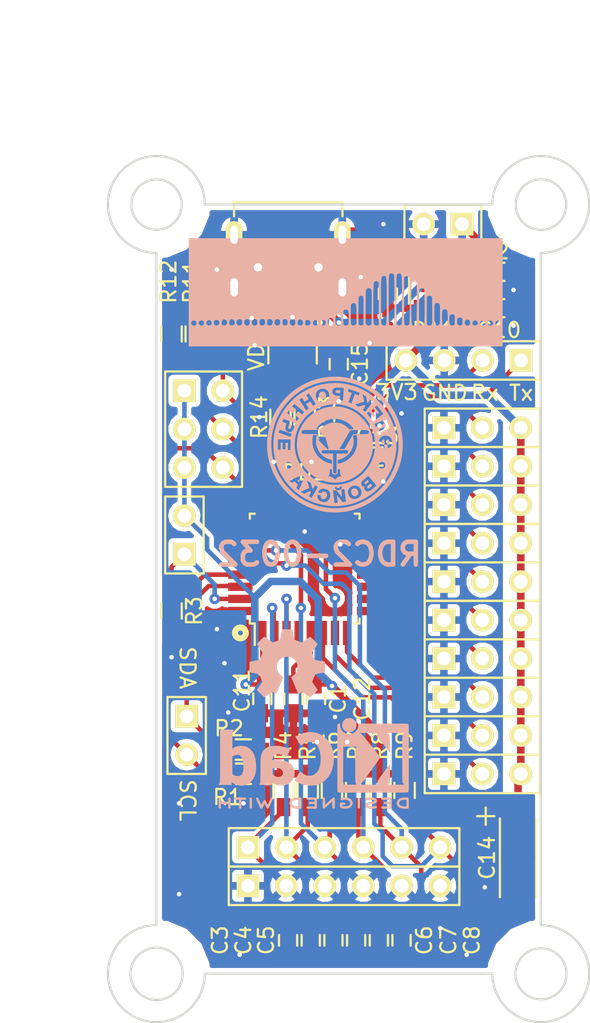
<source format=kicad_pcb>
(kicad_pcb (version 20171130) (host pcbnew "(5.1.2)-2")
  (layers (0 F.Cu signal) (31 B.Cu signal) (34 B.Paste user) (35 F.Paste user) (36 B.SilkS user hide) (37 F.SilkS user) (38 B.Mask user) (39 F.Mask user) (44 Edge.Cuts user))
  (net 0 "")
  (net 1 5V)
  (net 2 GND)
  (net 3 VDD)
  (net 4 KEY_0)
  (net 5 KEY_1)
  (net 6 KEY_2)
  (net 7 KEY_3)
  (net 8 KEY_4)
  (net 9 KEY_5)
  (net 10 RST)
  (net 11 AIN_0)
  (net 12 AIN_1)
  (net 13 AIN_2)
  (net 14 AIN_3)
  (net 15 AIN_4)
  (net 16 AIN_5)
  (net 17 AIN_6)
  (net 18 AIN_7)
  (net 19 AIN_8)
  (net 20 AIN_9)
  (net 21 Tx)
  (net 22 Rx)
  (net 23 "Net-(DD1-Pad21)")
  (net 24 "Net-(DD1-Pad22)")
  (net 25 CONF_0)
  (net 26 CONF_1)
  (net 27 CONF_2)
  (net 28 SCL)
  (net 29 SDA)
  (net 30 "Net-(DD1-Pad31)")
  (net 31 USB_DM)
  (net 32 USB_DP)
  (net 33 "Net-(VD1-Pad1)")
  (net 34 "Net-(VD1-Pad3)")
  (net 35 "Net-(XS1-Pad4)")
  (net 36 "Net-(C9-Pad1)")
  (module NewComponents:Micro_USB_ElecFreaks (layer F.Cu) (at 108.712 52.1843 180)
    (fp_text reference XS1 hide)
    (fp_text value USB_OTG)
    (pad 6 thru_hole oval (at 3.575 -2.49 180) (size 1.1 1.8) (drill oval 0.5 1.2) (layers *.Cu *.Mask F.SilkS) (net 2 GND))
    (pad 6 thru_hole oval (at -3.575 -2.49 180) (size 1.1 1.8) (drill oval 0.5 1.2) (layers *.Cu *.Mask F.SilkS) (net 2 GND))
    (pad 6 thru_hole oval (at 3.575 0.98 180) (size 1.1 1.8) (drill oval 0.5 1.2) (layers *.Cu *.Mask F.SilkS) (net 2 GND))
    (pad 1 smd rect (at -1.3 -2.33 180) (size 0.4 2.7) (layers F.Cu F.Paste F.Mask) (net 1 5V))
    (pad 2 smd rect (at -0.65 -2.33 180) (size 0.4 2.7) (layers F.Cu F.Paste F.Mask) (net 33 "Net-(VD1-Pad1)"))
    (pad 5 smd rect (at 1.3 -2.33 180) (size 0.4 2.7) (layers F.Cu F.Paste F.Mask) (net 2 GND))
    (pad 4 smd rect (at 0.65 -2.33 180) (size 0.4 2.7) (layers F.Cu F.Paste F.Mask) (net 35 "Net-(XS1-Pad4)"))
    (pad "" np_thru_hole circle (at 2 -1.17 180) (size 0.55 0.55) (drill 0.55) (layers *.Cu *.Mask F.SilkS))
    (pad "" np_thru_hole circle (at -2 -1.17 180) (size 0.55 0.55) (drill 0.55) (layers *.Cu *.Mask F.SilkS))
    (pad 3 smd rect (at 0 -2.33 180) (size 0.4 2.7) (layers F.Cu F.Paste F.Mask) (net 34 "Net-(VD1-Pad3)"))
    (pad 6 thru_hole oval (at -3.575 0.98 180) (size 1.1 1.8) (drill oval 0.5 1.2) (layers *.Cu *.Mask F.SilkS) (net 2 GND))
  )
  (module NewComponents:Pin_Header_Straight_1x06_mm (layer F.Cu) (at 106.05 91.66 90)
    (fp_text reference XP5 hide)
    (fp_text value CONN_01X06)
    (pad 1 thru_hole rect (at 0 0 90) (size 1.5 1.5) (drill 0.9) (layers *.Cu *.Mask F.SilkS) (net 4 KEY_0))
    (pad 2 thru_hole circle (at 0 2.54 90) (size 1.5 1.5) (drill 0.9) (layers *.Cu *.Mask F.SilkS) (net 5 KEY_1))
    (pad 3 thru_hole circle (at 0 5.08 90) (size 1.5 1.5) (drill 0.9) (layers *.Cu *.Mask F.SilkS) (net 6 KEY_2))
    (pad 4 thru_hole circle (at 0 7.62 90) (size 1.5 1.5) (drill 0.9) (layers *.Cu *.Mask F.SilkS) (net 7 KEY_3))
    (pad 5 thru_hole circle (at 0 10.16 90) (size 1.5 1.5) (drill 0.9) (layers *.Cu *.Mask F.SilkS) (net 8 KEY_4))
    (pad 6 thru_hole circle (at 0 12.7 90) (size 1.5 1.5) (drill 0.9) (layers *.Cu *.Mask F.SilkS) (net 9 KEY_5))
  )
  (module NewComponents:Pin_Header_Straight_1x03_mm (layer F.Cu) (at 119 63.95 90)
    (fp_text reference XP16 hide)
    (fp_text value CONN_01X03)
    (pad 1 thru_hole rect (at 0 0 90) (size 1.5 1.5) (drill 0.9) (layers *.Cu *.Mask F.SilkS) (net 2 GND))
    (pad 2 thru_hole circle (at 0 2.54 90) (size 1.5 1.5) (drill 0.9) (layers *.Cu *.Mask F.SilkS) (net 20 AIN_9))
    (pad 3 thru_hole circle (at 0 5.08 90) (size 1.5 1.5) (drill 0.9) (layers *.Cu *.Mask F.SilkS) (net 3 VDD))
  )
  (module NewComponents:Pin_Header_Straight_1x03_mm (layer F.Cu) (at 119 66.49 90)
    (fp_text reference XP15 hide)
    (fp_text value CONN_01X03)
    (pad 1 thru_hole rect (at 0 0 90) (size 1.5 1.5) (drill 0.9) (layers *.Cu *.Mask F.SilkS) (net 2 GND))
    (pad 2 thru_hole circle (at 0 2.54 90) (size 1.5 1.5) (drill 0.9) (layers *.Cu *.Mask F.SilkS) (net 19 AIN_8))
    (pad 3 thru_hole circle (at 0 5.08 90) (size 1.5 1.5) (drill 0.9) (layers *.Cu *.Mask F.SilkS) (net 3 VDD))
  )
  (module NewComponents:Pin_Header_Straight_1x03_mm (layer F.Cu) (at 119 69.03 90)
    (fp_text reference XP14 hide)
    (fp_text value CONN_01X03)
    (pad 1 thru_hole rect (at 0 0 90) (size 1.5 1.5) (drill 0.9) (layers *.Cu *.Mask F.SilkS) (net 2 GND))
    (pad 2 thru_hole circle (at 0 2.54 90) (size 1.5 1.5) (drill 0.9) (layers *.Cu *.Mask F.SilkS) (net 18 AIN_7))
    (pad 3 thru_hole circle (at 0 5.08 90) (size 1.5 1.5) (drill 0.9) (layers *.Cu *.Mask F.SilkS) (net 3 VDD))
  )
  (module NewComponents:Pin_Header_Straight_1x03_mm (layer F.Cu) (at 119 71.57 90)
    (fp_text reference XP13 hide)
    (fp_text value CONN_01X03)
    (pad 1 thru_hole rect (at 0 0 90) (size 1.5 1.5) (drill 0.9) (layers *.Cu *.Mask F.SilkS) (net 2 GND))
    (pad 2 thru_hole circle (at 0 2.54 90) (size 1.5 1.5) (drill 0.9) (layers *.Cu *.Mask F.SilkS) (net 17 AIN_6))
    (pad 3 thru_hole circle (at 0 5.08 90) (size 1.5 1.5) (drill 0.9) (layers *.Cu *.Mask F.SilkS) (net 3 VDD))
  )
  (module NewComponents:Pin_Header_Straight_1x03_mm (layer F.Cu) (at 119 74.11 90)
    (fp_text reference XP12 hide)
    (fp_text value CONN_01X03)
    (pad 1 thru_hole rect (at 0 0 90) (size 1.5 1.5) (drill 0.9) (layers *.Cu *.Mask F.SilkS) (net 2 GND))
    (pad 2 thru_hole circle (at 0 2.54 90) (size 1.5 1.5) (drill 0.9) (layers *.Cu *.Mask F.SilkS) (net 16 AIN_5))
    (pad 3 thru_hole circle (at 0 5.08 90) (size 1.5 1.5) (drill 0.9) (layers *.Cu *.Mask F.SilkS) (net 3 VDD))
  )
  (module NewComponents:Pin_Header_Straight_1x03_mm (layer F.Cu) (at 119 76.65 90)
    (fp_text reference XP11 hide)
    (fp_text value CONN_01X03)
    (pad 1 thru_hole rect (at 0 0 90) (size 1.5 1.5) (drill 0.9) (layers *.Cu *.Mask F.SilkS) (net 2 GND))
    (pad 2 thru_hole circle (at 0 2.54 90) (size 1.5 1.5) (drill 0.9) (layers *.Cu *.Mask F.SilkS) (net 15 AIN_4))
    (pad 3 thru_hole circle (at 0 5.08 90) (size 1.5 1.5) (drill 0.9) (layers *.Cu *.Mask F.SilkS) (net 3 VDD))
  )
  (module NewComponents:Pin_Header_Straight_1x03_mm (layer F.Cu) (at 119 79.19 90)
    (fp_text reference XP10 hide)
    (fp_text value CONN_01X03)
    (pad 1 thru_hole rect (at 0 0 90) (size 1.5 1.5) (drill 0.9) (layers *.Cu *.Mask F.SilkS) (net 2 GND))
    (pad 2 thru_hole circle (at 0 2.54 90) (size 1.5 1.5) (drill 0.9) (layers *.Cu *.Mask F.SilkS) (net 14 AIN_3))
    (pad 3 thru_hole circle (at 0 5.08 90) (size 1.5 1.5) (drill 0.9) (layers *.Cu *.Mask F.SilkS) (net 3 VDD))
  )
  (module NewComponents:Pin_Header_Straight_1x03_mm (layer F.Cu) (at 119 81.73 90)
    (fp_text reference XP9 hide)
    (fp_text value CONN_01X03)
    (pad 1 thru_hole rect (at 0 0 90) (size 1.5 1.5) (drill 0.9) (layers *.Cu *.Mask F.SilkS) (net 2 GND))
    (pad 2 thru_hole circle (at 0 2.54 90) (size 1.5 1.5) (drill 0.9) (layers *.Cu *.Mask F.SilkS) (net 13 AIN_2))
    (pad 3 thru_hole circle (at 0 5.08 90) (size 1.5 1.5) (drill 0.9) (layers *.Cu *.Mask F.SilkS) (net 3 VDD))
  )
  (module NewComponents:Pin_Header_Straight_1x03_mm (layer F.Cu) (at 119 84.27 90)
    (fp_text reference XP8 hide)
    (fp_text value CONN_01X03)
    (pad 1 thru_hole rect (at 0 0 90) (size 1.5 1.5) (drill 0.9) (layers *.Cu *.Mask F.SilkS) (net 2 GND))
    (pad 2 thru_hole circle (at 0 2.54 90) (size 1.5 1.5) (drill 0.9) (layers *.Cu *.Mask F.SilkS) (net 12 AIN_1))
    (pad 3 thru_hole circle (at 0 5.08 90) (size 1.5 1.5) (drill 0.9) (layers *.Cu *.Mask F.SilkS) (net 3 VDD))
  )
  (module Capacitors_SMD:C_0603_HandSoldering (layer F.Cu) (at 109.05 81.85 270)
    (fp_text reference C1 (at 0 -2.95 270) (layer F.SilkS))
    (fp_text value 0,1мкФ)
    (pad 1 smd rect (at -0.95 0 270) (size 1.2 0.75) (layers F.Cu F.Paste F.Mask) (net 10 RST))
    (pad 2 smd rect (at 0.95 0 270) (size 1.2 0.75) (layers F.Cu F.Paste F.Mask) (net 2 GND))
  )
  (module Capacitors_SMD:C_0603_HandSoldering (layer F.Cu) (at 122.65 53.65)
    (fp_text reference C2 (at -0.3 -1.35) (layer F.SilkS))
    (fp_text value 4,7мкФ)
    (pad 1 smd rect (at -0.95 0) (size 1.2 0.75) (layers F.Cu F.Paste F.Mask) (net 1 5V))
    (pad 2 smd rect (at 0.95 0) (size 1.2 0.75) (layers F.Cu F.Paste F.Mask) (net 2 GND))
  )
  (module Capacitors_SMD:C_0603_HandSoldering (layer F.Cu) (at 108.7 97.8 90)
    (fp_text reference C3 (at 0 -4.5 90) (layer F.SilkS))
    (fp_text value 0,1)
    (pad 1 smd rect (at -0.95 0 90) (size 1.2 0.75) (layers F.Cu F.Paste F.Mask) (net 2 GND))
    (pad 2 smd rect (at 0.95 0 90) (size 1.2 0.75) (layers F.Cu F.Paste F.Mask) (net 4 KEY_0))
  )
  (module Capacitors_SMD:C_0603_HandSoldering (layer F.Cu) (at 110.2 97.8 90)
    (fp_text reference C4 (at 0 -4.45 90) (layer F.SilkS))
    (fp_text value 0,1)
    (pad 1 smd rect (at -0.95 0 90) (size 1.2 0.75) (layers F.Cu F.Paste F.Mask) (net 2 GND))
    (pad 2 smd rect (at 0.95 0 90) (size 1.2 0.75) (layers F.Cu F.Paste F.Mask) (net 5 KEY_1))
  )
  (module Capacitors_SMD:C_0603_HandSoldering (layer F.Cu) (at 111.7 97.8 90)
    (fp_text reference C5 (at 0 -4.45 90) (layer F.SilkS))
    (fp_text value 0,1)
    (pad 1 smd rect (at -0.95 0 90) (size 1.2 0.75) (layers F.Cu F.Paste F.Mask) (net 2 GND))
    (pad 2 smd rect (at 0.95 0 90) (size 1.2 0.75) (layers F.Cu F.Paste F.Mask) (net 6 KEY_2))
  )
  (module Capacitors_SMD:C_0603_HandSoldering (layer F.Cu) (at 113.2 97.8 90)
    (fp_text reference C6 (at 0 4.5 90) (layer F.SilkS))
    (fp_text value 0,1)
    (pad 1 smd rect (at -0.95 0 90) (size 1.2 0.75) (layers F.Cu F.Paste F.Mask) (net 2 GND))
    (pad 2 smd rect (at 0.95 0 90) (size 1.2 0.75) (layers F.Cu F.Paste F.Mask) (net 7 KEY_3))
  )
  (module Capacitors_SMD:C_0603_HandSoldering (layer F.Cu) (at 114.7 97.8 90)
    (fp_text reference C7 (at 0 4.6 90) (layer F.SilkS))
    (fp_text value 0,1)
    (pad 1 smd rect (at -0.95 0 90) (size 1.2 0.75) (layers F.Cu F.Paste F.Mask) (net 2 GND))
    (pad 2 smd rect (at 0.95 0 90) (size 1.2 0.75) (layers F.Cu F.Paste F.Mask) (net 8 KEY_4))
  )
  (module Capacitors_SMD:C_0603_HandSoldering (layer F.Cu) (at 116.2 97.8 90)
    (fp_text reference C8 (at 0 4.65 90) (layer F.SilkS))
    (fp_text value 0,1)
    (pad 1 smd rect (at -0.95 0 90) (size 1.2 0.75) (layers F.Cu F.Paste F.Mask) (net 2 GND))
    (pad 2 smd rect (at 0.95 0 90) (size 1.2 0.75) (layers F.Cu F.Paste F.Mask) (net 9 KEY_5))
  )
  (module Capacitors_SMD:C_0603_HandSoldering (layer F.Cu) (at 115.3 55.1 90)
    (fp_text reference C9 (at 2.8 0 90) (layer F.SilkS))
    (fp_text value 0,01мкФ)
    (pad 1 smd rect (at -0.95 0 90) (size 1.2 0.75) (layers F.Cu F.Paste F.Mask) (net 36 "Net-(C9-Pad1)"))
    (pad 2 smd rect (at 0.95 0 90) (size 1.2 0.75) (layers F.Cu F.Paste F.Mask) (net 2 GND))
  )
  (module Capacitors_SMD:C_0603_HandSoldering (layer F.Cu) (at 122.65 56.05)
    (fp_text reference C10 (at 0 1.45) (layer F.SilkS))
    (fp_text value 4,7мкФ)
    (pad 1 smd rect (at -0.95 0) (size 1.2 0.75) (layers F.Cu F.Paste F.Mask) (net 3 VDD))
    (pad 2 smd rect (at 0.95 0) (size 1.2 0.75) (layers F.Cu F.Paste F.Mask) (net 2 GND))
  )
  (module Capacitors_SMD:C_0603_HandSoldering (layer F.Cu) (at 107 81.85 270)
    (fp_text reference C11 (at -0.55 1.35 270) (layer F.SilkS))
    (fp_text value 0,1мкФ)
    (pad 1 smd rect (at -0.95 0 270) (size 1.2 0.75) (layers F.Cu F.Paste F.Mask) (net 3 VDD))
    (pad 2 smd rect (at 0.95 0 270) (size 1.2 0.75) (layers F.Cu F.Paste F.Mask) (net 2 GND))
  )
  (module Capacitors_SMD:C_0603_HandSoldering (layer F.Cu) (at 110.55 81.85 270)
    (fp_text reference C12 (at 0 -3.05 270) (layer F.SilkS))
    (fp_text value 0,1мкФ)
    (pad 1 smd rect (at -0.95 0 270) (size 1.2 0.75) (layers F.Cu F.Paste F.Mask) (net 3 VDD))
    (pad 2 smd rect (at 0.95 0 270) (size 1.2 0.75) (layers F.Cu F.Paste F.Mask) (net 2 GND))
  )
  (module Capacitors_SMD:C_0603_HandSoldering (layer F.Cu) (at 114.6 65.85)
    (fp_text reference C13 (at 0 -1.35) (layer F.SilkS))
    (fp_text value 0,1мкФ)
    (pad 1 smd rect (at -0.95 0) (size 1.2 0.75) (layers F.Cu F.Paste F.Mask) (net 3 VDD))
    (pad 2 smd rect (at 0.95 0) (size 1.2 0.75) (layers F.Cu F.Paste F.Mask) (net 2 GND))
  )
  (module NewComponents:TantalC_SizeA_EIA-3216_HandSoldering_mm (layer F.Cu) (at 123.9 92.35 270)
    (fp_text reference C14 (at 0 2.05 270) (layer F.SilkS))
    (fp_text value 10мкФ)
    (fp_text user + (at -2.75 2.25 270) (layer F.SilkS) (effects (font (size 1.5 1.5))))
    (pad 2 smd rect (at 1.99898 0 270) (size 3 1.5) (layers F.Cu F.Paste F.Mask) (net 2 GND))
    (pad 1 smd rect (at -1.99898 0 270) (size 3 1.5) (layers F.Cu F.Paste F.Mask) (net 3 VDD))
  )
  (module Capacitors_SMD:C_0603_HandSoldering (layer F.Cu) (at 112.05 59.75 270)
    (fp_text reference C15 (at 0 -1.4 270) (layer F.SilkS))
    (fp_text value 0,1мкФ)
    (pad 1 smd rect (at -0.95 0 270) (size 1.2 0.75) (layers F.Cu F.Paste F.Mask) (net 1 5V))
    (pad 2 smd rect (at 0.95 0 270) (size 1.2 0.75) (layers F.Cu F.Paste F.Mask) (net 2 GND))
  )
  (module NewComponents:SOT-23-5_mm (layer F.Cu) (at 118.3 54.85 270)
    (fp_text reference DA1 (at 2.65 0) (layer F.SilkS))
    (fp_text value LP2985AIM5-3.3)
    (pad 1 smd rect (at -1.2 -0.95 270) (size 1.1 0.7) (layers F.Cu F.Paste F.Mask) (net 1 5V))
    (pad 2 smd rect (at -1.2 0 270) (size 1.1 0.7) (layers F.Cu F.Paste F.Mask) (net 2 GND))
    (pad 3 smd rect (at -1.2 0.95 270) (size 1.1 0.7) (layers F.Cu F.Paste F.Mask) (net 1 5V))
    (pad 4 smd rect (at 1.2 0.95 270) (size 1.1 0.7) (layers F.Cu F.Paste F.Mask) (net 36 "Net-(C9-Pad1)"))
    (pad 5 smd rect (at 1.2 -0.95 270) (size 1.1 0.7) (layers F.Cu F.Paste F.Mask) (net 3 VDD))
  )
  (module Housings_QFP:TQFP-32_7x7mm_Pitch0.8mm (layer F.Cu) (at 109.8 73.25 90)
    (fp_text reference DD1 (at 6.35 0 180) (layer F.SilkS))
    (fp_text value STM32F042K6Tx)
    (pad 1 smd rect (at -4.25 -2.8 90) (size 1.6 0.55) (layers F.Cu F.Paste F.Mask) (net 3 VDD))
    (pad 2 smd rect (at -4.25 -2 90) (size 1.6 0.55) (layers F.Cu F.Paste F.Mask) (net 4 KEY_0))
    (pad 3 smd rect (at -4.25 -1.2 90) (size 1.6 0.55) (layers F.Cu F.Paste F.Mask) (net 5 KEY_1))
    (pad 4 smd rect (at -4.25 -0.4 90) (size 1.6 0.55) (layers F.Cu F.Paste F.Mask) (net 10 RST))
    (pad 5 smd rect (at -4.25 0.4 90) (size 1.6 0.55) (layers F.Cu F.Paste F.Mask) (net 3 VDD))
    (pad 6 smd rect (at -4.25 1.2 90) (size 1.6 0.55) (layers F.Cu F.Paste F.Mask) (net 11 AIN_0))
    (pad 7 smd rect (at -4.25 2 90) (size 1.6 0.55) (layers F.Cu F.Paste F.Mask) (net 12 AIN_1))
    (pad 8 smd rect (at -4.25 2.8 90) (size 1.6 0.55) (layers F.Cu F.Paste F.Mask) (net 13 AIN_2))
    (pad 9 smd rect (at -2.8 4.25 180) (size 1.6 0.55) (layers F.Cu F.Paste F.Mask) (net 14 AIN_3))
    (pad 10 smd rect (at -2 4.25 180) (size 1.6 0.55) (layers F.Cu F.Paste F.Mask) (net 15 AIN_4))
    (pad 11 smd rect (at -1.2 4.25 180) (size 1.6 0.55) (layers F.Cu F.Paste F.Mask) (net 16 AIN_5))
    (pad 12 smd rect (at -0.4 4.25 180) (size 1.6 0.55) (layers F.Cu F.Paste F.Mask) (net 17 AIN_6))
    (pad 13 smd rect (at 0.4 4.25 180) (size 1.6 0.55) (layers F.Cu F.Paste F.Mask) (net 18 AIN_7))
    (pad 14 smd rect (at 1.2 4.25 180) (size 1.6 0.55) (layers F.Cu F.Paste F.Mask) (net 19 AIN_8))
    (pad 15 smd rect (at 2 4.25 180) (size 1.6 0.55) (layers F.Cu F.Paste F.Mask) (net 20 AIN_9))
    (pad 16 smd rect (at 2.8 4.25 180) (size 1.6 0.55) (layers F.Cu F.Paste F.Mask) (net 2 GND))
    (pad 17 smd rect (at 4.25 2.8 90) (size 1.6 0.55) (layers F.Cu F.Paste F.Mask) (net 3 VDD))
    (pad 18 smd rect (at 4.25 2 90) (size 1.6 0.55) (layers F.Cu F.Paste F.Mask) (net 7 KEY_3))
    (pad 19 smd rect (at 4.25 1.2 90) (size 1.6 0.55) (layers F.Cu F.Paste F.Mask) (net 21 Tx))
    (pad 20 smd rect (at 4.25 0.4 90) (size 1.6 0.55) (layers F.Cu F.Paste F.Mask) (net 22 Rx))
    (pad 21 smd rect (at 4.25 -0.4 90) (size 1.6 0.55) (layers F.Cu F.Paste F.Mask) (net 23 "Net-(DD1-Pad21)"))
    (pad 22 smd rect (at 4.25 -1.2 90) (size 1.6 0.55) (layers F.Cu F.Paste F.Mask) (net 24 "Net-(DD1-Pad22)"))
    (pad 23 smd rect (at 4.25 -2 90) (size 1.6 0.55) (layers F.Cu F.Paste F.Mask) (net 25 CONF_0))
    (pad 24 smd rect (at 4.25 -2.8 90) (size 1.6 0.55) (layers F.Cu F.Paste F.Mask) (net 26 CONF_1))
    (pad 25 smd rect (at 2.8 -4.25 180) (size 1.6 0.55) (layers F.Cu F.Paste F.Mask) (net 27 CONF_2))
    (pad 26 smd rect (at 2 -4.25 180) (size 1.6 0.55) (layers F.Cu F.Paste F.Mask) (net 6 KEY_2))
    (pad 27 smd rect (at 1.2 -4.25 180) (size 1.6 0.55) (layers F.Cu F.Paste F.Mask) (net 8 KEY_4))
    (pad 28 smd rect (at 0.4 -4.25 180) (size 1.6 0.55) (layers F.Cu F.Paste F.Mask) (net 9 KEY_5))
    (pad 29 smd rect (at -0.4 -4.25 180) (size 1.6 0.55) (layers F.Cu F.Paste F.Mask) (net 28 SCL))
    (pad 30 smd rect (at -1.2 -4.25 180) (size 1.6 0.55) (layers F.Cu F.Paste F.Mask) (net 29 SDA))
    (pad 31 smd rect (at -2 -4.25 180) (size 1.6 0.55) (layers F.Cu F.Paste F.Mask) (net 30 "Net-(DD1-Pad31)"))
    (pad 32 smd rect (at -2.8 -4.25 180) (size 1.6 0.55) (layers F.Cu F.Paste F.Mask) (net 2 GND))
  )
  (module Resistors_SMD:R_0603_HandSoldering (layer F.Cu) (at 105.75 86.8 180)
    (fp_text reference R1 (at 1.05 -1.55 180) (layer F.SilkS))
    (fp_text value 4k7)
    (pad 1 smd rect (at -1.1 0 180) (size 1.2 0.9) (layers F.Cu F.Paste F.Mask) (net 3 VDD))
    (pad 2 smd rect (at 1.1 0 180) (size 1.2 0.9) (layers F.Cu F.Paste F.Mask) (net 28 SCL))
  )
  (module Resistors_SMD:R_0603_HandSoldering (layer F.Cu) (at 105.75 85.2 180)
    (fp_text reference R2 (at 0.95 1.4 180) (layer F.SilkS))
    (fp_text value 4k7)
    (pad 1 smd rect (at -1.1 0 180) (size 1.2 0.9) (layers F.Cu F.Paste F.Mask) (net 3 VDD))
    (pad 2 smd rect (at 1.1 0 180) (size 1.2 0.9) (layers F.Cu F.Paste F.Mask) (net 29 SDA))
  )
  (module Resistors_SMD:R_0603_HandSoldering (layer F.Cu) (at 101 76.05 270)
    (fp_text reference R3 (at 0 -1.5 270) (layer F.SilkS))
    (fp_text value 10k)
    (pad 1 smd rect (at -1.1 0 270) (size 1.2 0.9) (layers F.Cu F.Paste F.Mask) (net 30 "Net-(DD1-Pad31)"))
    (pad 2 smd rect (at 1.1 0 270) (size 1.2 0.9) (layers F.Cu F.Paste F.Mask) (net 2 GND))
  )
  (module Resistors_SMD:R_0603_HandSoldering (layer F.Cu) (at 108.4 87.9 270)
    (fp_text reference R4 (at -2.95 0 270) (layer F.SilkS))
    (fp_text value 10k)
    (pad 1 smd rect (at -1.1 0 270) (size 1.2 0.9) (layers F.Cu F.Paste F.Mask) (net 3 VDD))
    (pad 2 smd rect (at 1.1 0 270) (size 1.2 0.9) (layers F.Cu F.Paste F.Mask) (net 4 KEY_0))
  )
  (module Resistors_SMD:R_0603_HandSoldering (layer F.Cu) (at 110 87.9 270)
    (fp_text reference R5 (at -2.95 0 270) (layer F.SilkS))
    (fp_text value 10k)
    (pad 1 smd rect (at -1.1 0 270) (size 1.2 0.9) (layers F.Cu F.Paste F.Mask) (net 3 VDD))
    (pad 2 smd rect (at 1.1 0 270) (size 1.2 0.9) (layers F.Cu F.Paste F.Mask) (net 5 KEY_1))
  )
  (module Resistors_SMD:R_0603_HandSoldering (layer F.Cu) (at 111.6 87.9 270)
    (fp_text reference R6 (at -2.95 0 270) (layer F.SilkS))
    (fp_text value 10k)
    (pad 1 smd rect (at -1.1 0 270) (size 1.2 0.9) (layers F.Cu F.Paste F.Mask) (net 3 VDD))
    (pad 2 smd rect (at 1.1 0 270) (size 1.2 0.9) (layers F.Cu F.Paste F.Mask) (net 6 KEY_2))
  )
  (module Resistors_SMD:R_0603_HandSoldering (layer F.Cu) (at 113.2 87.9 270)
    (fp_text reference R7 (at -2.95 0 270) (layer F.SilkS))
    (fp_text value 10k)
    (pad 1 smd rect (at -1.1 0 270) (size 1.2 0.9) (layers F.Cu F.Paste F.Mask) (net 3 VDD))
    (pad 2 smd rect (at 1.1 0 270) (size 1.2 0.9) (layers F.Cu F.Paste F.Mask) (net 7 KEY_3))
  )
  (module Resistors_SMD:R_0603_HandSoldering (layer F.Cu) (at 114.8 87.9 270)
    (fp_text reference R8 (at -2.95 0 270) (layer F.SilkS))
    (fp_text value 10k)
    (pad 1 smd rect (at -1.1 0 270) (size 1.2 0.9) (layers F.Cu F.Paste F.Mask) (net 3 VDD))
    (pad 2 smd rect (at 1.1 0 270) (size 1.2 0.9) (layers F.Cu F.Paste F.Mask) (net 8 KEY_4))
  )
  (module Resistors_SMD:R_0603_HandSoldering (layer F.Cu) (at 116.4 87.9 270)
    (fp_text reference R9 (at -2.95 0 270) (layer F.SilkS))
    (fp_text value 10k)
    (pad 1 smd rect (at -1.1 0 270) (size 1.2 0.9) (layers F.Cu F.Paste F.Mask) (net 3 VDD))
    (pad 2 smd rect (at 1.1 0 270) (size 1.2 0.9) (layers F.Cu F.Paste F.Mask) (net 9 KEY_5))
  )
  (module Resistors_SMD:R_0603_HandSoldering (layer F.Cu) (at 104.2 57.75 90)
    (fp_text reference R10 (at 3.45 -0.4 90) (layer F.SilkS))
    (fp_text value 10k)
    (pad 1 smd rect (at -1.1 0 90) (size 1.2 0.9) (layers F.Cu F.Paste F.Mask) (net 25 CONF_0))
    (pad 2 smd rect (at 1.1 0 90) (size 1.2 0.9) (layers F.Cu F.Paste F.Mask) (net 2 GND))
  )
  (module Resistors_SMD:R_0603_HandSoldering (layer F.Cu) (at 102.6 57.75 90)
    (fp_text reference R11 (at 3.45 -0.3 90) (layer F.SilkS))
    (fp_text value 10k)
    (pad 1 smd rect (at -1.1 0 90) (size 1.2 0.9) (layers F.Cu F.Paste F.Mask) (net 26 CONF_1))
    (pad 2 smd rect (at 1.1 0 90) (size 1.2 0.9) (layers F.Cu F.Paste F.Mask) (net 2 GND))
  )
  (module Resistors_SMD:R_0603_HandSoldering (layer F.Cu) (at 101 57.75 90)
    (fp_text reference R12 (at 3.45 -0.2 90) (layer F.SilkS))
    (fp_text value 10k)
    (pad 1 smd rect (at -1.1 0 90) (size 1.2 0.9) (layers F.Cu F.Paste F.Mask) (net 27 CONF_2))
    (pad 2 smd rect (at 1.1 0 90) (size 1.2 0.9) (layers F.Cu F.Paste F.Mask) (net 2 GND))
  )
  (module Resistors_SMD:R_0603_HandSoldering (layer F.Cu) (at 109.8 63.25 90)
    (fp_text reference R13 (at 0 1.5 90) (layer F.SilkS))
    (fp_text value 22R)
    (pad 1 smd rect (at -1.1 0 90) (size 1.2 0.9) (layers F.Cu F.Paste F.Mask) (net 23 "Net-(DD1-Pad21)"))
    (pad 2 smd rect (at 1.1 0 90) (size 1.2 0.9) (layers F.Cu F.Paste F.Mask) (net 31 USB_DM))
  )
  (module Resistors_SMD:R_0603_HandSoldering (layer F.Cu) (at 108.2 63.25 90)
    (fp_text reference R14 (at 0 -1.4 90) (layer F.SilkS))
    (fp_text value 22R)
    (pad 1 smd rect (at -1.1 0 90) (size 1.2 0.9) (layers F.Cu F.Paste F.Mask) (net 24 "Net-(DD1-Pad22)"))
    (pad 2 smd rect (at 1.1 0 90) (size 1.2 0.9) (layers F.Cu F.Paste F.Mask) (net 32 USB_DP))
  )
  (module NewComponents:SOT23-6L (layer F.Cu) (at 109 58.8 270)
    (fp_text reference VD1 (at 0 2.4 270) (layer F.SilkS))
    (fp_text value USBLC6)
    (pad 1 smd rect (at -1.15 -0.95 270) (size 1.2 0.6) (layers F.Cu F.Paste F.Mask) (net 33 "Net-(VD1-Pad1)"))
    (pad 2 smd rect (at -1.15 0 270) (size 1.2 0.6) (layers F.Cu F.Paste F.Mask) (net 2 GND))
    (pad 3 smd rect (at -1.15 0.95 270) (size 1.2 0.6) (layers F.Cu F.Paste F.Mask) (net 34 "Net-(VD1-Pad3)"))
    (pad 6 smd rect (at 1.15 -0.95 270) (size 1.2 0.6) (layers F.Cu F.Paste F.Mask) (net 31 USB_DM))
    (pad 5 smd rect (at 1.15 0 270) (size 1.2 0.6) (layers F.Cu F.Paste F.Mask) (net 1 5V))
    (pad 4 smd rect (at 1.15 0.95 270) (size 1.2 0.6) (layers F.Cu F.Paste F.Mask) (net 32 USB_DP))
  )
  (module NewComponents:Pin_Header_Straight_1x02_mm (layer F.Cu) (at 102 83)
    (fp_text reference XP1 hide)
    (fp_text value PLS-2)
    (pad 1 thru_hole rect (at 0 0) (size 1.5 1.5) (drill 0.9) (layers *.Cu *.Mask F.SilkS) (net 29 SDA))
    (pad 2 thru_hole oval (at 0 2.54) (size 1.5 1.5) (drill 0.9) (layers *.Cu *.Mask F.SilkS) (net 28 SCL))
  )
  (module NewComponents:Pin_Header_Straight_1x02_mm (layer F.Cu) (at 120.2 50.5 270)
    (fp_text reference XP4 hide)
    (fp_text value PLS-2)
    (pad 1 thru_hole rect (at 0 0 270) (size 1.5 1.5) (drill 0.9) (layers *.Cu *.Mask F.SilkS) (net 1 5V))
    (pad 2 thru_hole oval (at 0 2.54 270) (size 1.5 1.5) (drill 0.9) (layers *.Cu *.Mask F.SilkS) (net 2 GND))
  )
  (module NewComponents:Pin_Header_Straight_1x02_mm (layer F.Cu) (at 101.85 72.3 180)
    (fp_text reference XP2 hide)
    (fp_text value PLS-2)
    (pad 1 thru_hole rect (at 0 0 180) (size 1.5 1.5) (drill 0.9) (layers *.Cu *.Mask F.SilkS) (net 30 "Net-(DD1-Pad31)"))
    (pad 2 thru_hole oval (at 0 2.54 180) (size 1.5 1.5) (drill 0.9) (layers *.Cu *.Mask F.SilkS) (net 3 VDD))
  )
  (module NewComponents:Pin_Header_Straight_1x04_mm (layer F.Cu) (at 124.1 59.5 270)
    (fp_text reference XP17 hide)
    (fp_text value CONN_01X04)
    (pad 1 thru_hole rect (at 0 0 270) (size 1.5 1.5) (drill 0.9) (layers *.Cu *.Mask F.SilkS) (net 21 Tx))
    (pad 2 thru_hole oval (at 0 2.54 270) (size 1.5 1.5) (drill 0.9) (layers *.Cu *.Mask F.SilkS) (net 22 Rx))
    (pad 3 thru_hole oval (at 0 5.08 270) (size 1.5 1.5) (drill 0.9) (layers *.Cu *.Mask F.SilkS) (net 2 GND))
    (pad 4 thru_hole oval (at 0 7.62 270) (size 1.5 1.5) (drill 0.9) (layers *.Cu *.Mask F.SilkS) (net 3 VDD))
  )
  (module NewComponents:Pin_Header_Straight_1x03_mm (layer F.Cu) (at 119 86.81 90)
    (fp_text reference XP7 hide)
    (fp_text value CONN_01X03)
    (pad 1 thru_hole rect (at 0 0 90) (size 1.5 1.5) (drill 0.9) (layers *.Cu *.Mask F.SilkS) (net 2 GND))
    (pad 2 thru_hole circle (at 0 2.54 90) (size 1.5 1.5) (drill 0.9) (layers *.Cu *.Mask F.SilkS) (net 11 AIN_0))
    (pad 3 thru_hole circle (at 0 5.08 90) (size 1.5 1.5) (drill 0.9) (layers *.Cu *.Mask F.SilkS) (net 3 VDD))
  )
  (module NewComponents:Pin_Header_Straight_1x06_mm (layer F.Cu) (at 106.05 94.2 90)
    (fp_text reference XP3 hide)
    (fp_text value CONN_01X06)
    (pad 1 thru_hole rect (at 0 0 90) (size 1.5 1.5) (drill 0.9) (layers *.Cu *.Mask F.SilkS) (net 2 GND))
    (pad 2 thru_hole circle (at 0 2.54 90) (size 1.5 1.5) (drill 0.9) (layers *.Cu *.Mask F.SilkS) (net 2 GND))
    (pad 3 thru_hole circle (at 0 5.08 90) (size 1.5 1.5) (drill 0.9) (layers *.Cu *.Mask F.SilkS) (net 2 GND))
    (pad 4 thru_hole circle (at 0 7.62 90) (size 1.5 1.5) (drill 0.9) (layers *.Cu *.Mask F.SilkS) (net 2 GND))
    (pad 5 thru_hole circle (at 0 10.16 90) (size 1.5 1.5) (drill 0.9) (layers *.Cu *.Mask F.SilkS) (net 2 GND))
    (pad 6 thru_hole circle (at 0 12.7 90) (size 1.5 1.5) (drill 0.9) (layers *.Cu *.Mask F.SilkS) (net 2 GND))
  )
  (module NewComponents:Pin_Header_Straight_2x03_mm (layer F.Cu) (at 101.85 61.5)
    (fp_text reference XP6 hide)
    (fp_text value CONN_02X03)
    (pad 1 thru_hole rect (at 0 0) (size 1.5 1.5) (drill 0.9) (layers *.Cu *.Mask F.SilkS) (net 3 VDD))
    (pad 2 thru_hole circle (at 2.54 0) (size 1.5 1.5) (drill 0.9) (layers *.Cu *.Mask F.SilkS) (net 25 CONF_0))
    (pad 3 thru_hole circle (at 0 2.54) (size 1.5 1.5) (drill 0.9) (layers *.Cu *.Mask F.SilkS) (net 3 VDD))
    (pad 4 thru_hole circle (at 2.54 2.54) (size 1.5 1.5) (drill 0.9) (layers *.Cu *.Mask F.SilkS) (net 26 CONF_1))
    (pad 5 thru_hole circle (at 0 5.08) (size 1.5 1.5) (drill 0.9) (layers *.Cu *.Mask F.SilkS) (net 3 VDD))
    (pad 6 thru_hole circle (at 2.54 5.08) (size 1.5 1.5) (drill 0.9) (layers *.Cu *.Mask F.SilkS) (net 27 CONF_2))
  )
  (module NewComponents:Logo_silk_OSHW_6x6mm_ (layer B.Cu) (at 108.65 79.5 180)
    (fp_text reference G*** hide)
    (fp_text value LOGO hide)
  )
  (module NewComponents:RDC_PCB (layer B.Cu) (at 111.8 65.05 180)
    (fp_text reference G*** hide)
    (fp_text value LOGO hide)
  )
  (module NewComponents:KiCad-Logo2_6mm_SilkScreen (layer B.Cu) (at 110.4 86.1 180)
    (fp_text reference REF*** hide)
    (fp_text value KiCad-Logo2_6mm_SilkScreen hide)
  )
  (module Symbols:graf (layer B.Cu) (at 112.522 54.991 180)
    (fp_text reference G*** hide)
    (fp_text value LOGO hide)
  )
  (gr_circle (center 100.0125 100.0125) (end 101.6635 100.5205) (layer Edge.Cuts) (width 0.15))
  (gr_circle (center 125.4125 100.0125) (end 127 100.584) (layer Edge.Cuts) (width 0.15))
  (gr_circle (center 100.0125 49.2125) (end 101.6635 49.403) (layer Edge.Cuts) (width 0.15))
  (gr_circle (center 125.4125 49.2125) (end 127.0635 49.4665) (layer Edge.Cuts) (width 0.15))
  (gr_arc (start 100 49.2) (end 100 52.4) (angle 270) (layer Edge.Cuts) (width 0.15))
  (gr_arc (start 100 100) (end 103.2 100) (angle 270) (layer Edge.Cuts) (width 0.15))
  (gr_arc (start 125.4 100) (end 125.4 96.8) (angle 270) (layer Edge.Cuts) (width 0.15))
  (gr_arc (start 125.4 49.2) (end 122.2 49.2) (angle 270) (layer Edge.Cuts) (width 0.15))
  (gr_text GND (at 117.7 52.4) (layer F.SilkS) (effects (font (size 0.7 0.7) (thickness 0.1))))
  (gr_text 5V (at 120.2 52.4) (layer F.SilkS) (effects (font (size 0.7 0.7) (thickness 0.1))))
  (gr_text RDC2-0032 (at 110.75 72.3) (layer B.SilkS) (effects (font (size 1.5 1.5) (thickness 0.3)) (justify mirror)))
  (gr_text 3V3 (at 115.9 61.6) (layer F.SilkS) (effects (font (size 1 1))))
  (gr_text GND (at 119.05 61.65) (layer F.SilkS) (effects (font (size 1 1))))
  (gr_text Rx (at 121.7 61.65) (layer F.SilkS) (effects (font (size 1 1))))
  (gr_text Tx (at 124.1 61.65) (layer F.SilkS) (effects (font (size 1 1))))
  (gr_text SCL (at 102.05 88.55 270) (layer F.SilkS) (effects (font (size 1 1))))
  (gr_text SDA (at 102.05 79.8 270) (layer F.SilkS) (effects (font (size 1 1))))
  (gr_circle (center 105.55 77.5) (end 105.6 77.65) (layer F.SilkS) (width 0.4))
  (gr_line (start 122.2 49.2) (end 103.2 49.2) (angle 90) (layer Edge.Cuts) (width 0.15))
  (gr_line (start 125.4 96.8) (end 125.4 52.4) (angle 90) (layer Edge.Cuts) (width 0.15))
  (gr_line (start 103.2 100) (end 122.2 100) (angle 90) (layer Edge.Cuts) (width 0.15))
  (gr_line (start 100 52.4) (end 100 96.8) (angle 90) (layer Edge.Cuts) (width 0.15))
  (segment (start 112.05 58.75) (end 109.25 58.75) (width 0.3) (layer F.Cu) (net 1))
  (segment (start 109 59) (end 109 59.95) (width 0.3) (layer F.Cu) (net 1))
  (segment (start 109.25 58.75) (end 109 59) (width 0.3) (layer F.Cu) (net 1))
  (via (at 112.05 57) (size 0.7) (drill 0.3) (layers F.Cu B.Cu) (net 1))
  (segment (start 115.05 57) (end 112.05 57) (width 0.5) (layer B.Cu) (net 1))
  (segment (start 112.05 57) (end 111.45 56.4) (width 0.5) (layer F.Cu) (net 1))
  (segment (start 110 54.95) (end 111.45 56.4) (width 0.3) (layer F.Cu) (net 1))
  (segment (start 110 53.7) (end 110 54.95) (width 0.3) (layer F.Cu) (net 1))
  (segment (start 112.05 57) (end 112.05 58.8) (width 0.5) (layer F.Cu) (net 1))
  (segment (start 119.25 53.65) (end 119.25 54.6) (width 0.3) (layer F.Cu) (net 1))
  (segment (start 117.35 54.6) (end 117.35 53.65) (width 0.3) (layer F.Cu) (net 1))
  (segment (start 117.6 54.85) (end 117.35 54.6) (width 0.3) (layer F.Cu) (net 1))
  (segment (start 119 54.85) (end 117.6 54.85) (width 0.3) (layer F.Cu) (net 1))
  (segment (start 119.25 54.6) (end 119 54.85) (width 0.3) (layer F.Cu) (net 1))
  (segment (start 121.7 53.65) (end 119.25 53.65) (width 0.5) (layer F.Cu) (net 1))
  (segment (start 121.7 52) (end 121.7 53.65) (width 0.5) (layer F.Cu) (net 1))
  (segment (start 120.2 51.85) (end 115.05 57) (width 0.5) (layer B.Cu) (net 1))
  (segment (start 120.2 50.5) (end 120.2 51.85) (width 0.5) (layer B.Cu) (net 1))
  (segment (start 120.2 50.5) (end 121.7 52) (width 0.5) (layer F.Cu) (net 1))
  (segment (start 109 57.65) (end 109 56.6506) (width 0.3) (layer F.Cu) (net 2))
  (via (at 108.9914 56.642) (size 0.7) (drill 0.3) (layers F.Cu B.Cu) (net 2))
  (segment (start 109 56.6506) (end 108.9914 56.642) (width 0.3) (layer F.Cu) (net 2))
  (segment (start 123.6 56.05) (end 123.6 57.2) (width 0.3) (layer F.Cu) (net 2))
  (via (at 123.6 57.2) (size 0.7) (drill 0.3) (layers F.Cu B.Cu) (net 2))
  (segment (start 120.5 98.75) (end 118.75 97) (width 0.3) (layer F.Cu) (net 2))
  (via (at 120.5 98.75) (size 0.7) (drill 0.3) (layers F.Cu B.Cu) (net 2))
  (via (at 118.75 97) (size 0.7) (drill 0.3) (layers F.Cu B.Cu) (net 2))
  (segment (start 108.7 98.75) (end 107.3 98.75) (width 0.75) (layer F.Cu) (net 2))
  (segment (start 116.2 98.75) (end 117.5 98.75) (width 0.75) (layer F.Cu) (net 2))
  (segment (start 114.7 98.75) (end 116.2 98.75) (width 0.75) (layer F.Cu) (net 2))
  (segment (start 113.2 98.75) (end 114.7 98.75) (width 0.75) (layer F.Cu) (net 2))
  (segment (start 111.7 98.75) (end 113.2 98.75) (width 0.75) (layer F.Cu) (net 2))
  (segment (start 110.2 98.75) (end 111.7 98.75) (width 0.75) (layer F.Cu) (net 2))
  (segment (start 108.7 98.75) (end 110.2 98.75) (width 0.75) (layer F.Cu) (net 2))
  (segment (start 120.5 98.75) (end 121.7 97.55) (width 0.3) (layer F.Cu) (net 2))
  (segment (start 121.7 97.55) (end 121.7 94.3) (width 0.3) (layer F.Cu) (net 2))
  (via (at 121.7 94.3) (size 0.7) (drill 0.3) (layers F.Cu B.Cu) (net 2))
  (segment (start 117.5 98.75) (end 120.5 98.75) (width 0.3) (layer F.Cu) (net 2))
  (segment (start 112.15 71.65) (end 111.3 70.8) (width 0.3) (layer B.Cu) (net 2))
  (segment (start 112.15 70.35) (end 112.15 71.65) (width 0.3) (layer B.Cu) (net 2))
  (via (at 112.15 71.65) (size 0.7) (drill 0.3) (layers F.Cu B.Cu) (net 2))
  (segment (start 115.55 65.85) (end 115.55 66.75) (width 0.3) (layer F.Cu) (net 2))
  (via (at 115 67.5) (size 0.7) (drill 0.3) (layers F.Cu B.Cu) (net 2))
  (segment (start 115 67.3) (end 115 67.5) (width 0.3) (layer F.Cu) (net 2))
  (segment (start 115.55 66.75) (end 115 67.3) (width 0.3) (layer F.Cu) (net 2))
  (segment (start 115 67.5) (end 112.15 70.35) (width 0.3) (layer B.Cu) (net 2))
  (via (at 109.8 70.8) (size 0.7) (drill 0.3) (layers F.Cu B.Cu) (net 2))
  (segment (start 111.3 70.8) (end 109.8 70.8) (width 0.3) (layer B.Cu) (net 2))
  (segment (start 110.25 66.2) (end 107.75 66.2) (width 0.3) (layer B.Cu) (net 2))
  (segment (start 106.8 64.3) (end 107.25 64.75) (width 0.3) (layer F.Cu) (net 2))
  (segment (start 107.25 64.75) (end 107.25 65.1) (width 0.3) (layer F.Cu) (net 2))
  (segment (start 107.25 65.1) (end 107.35 65.2) (width 0.3) (layer F.Cu) (net 2))
  (segment (start 107.35 65.2) (end 107.35 65.8) (width 0.3) (layer F.Cu) (net 2))
  (segment (start 107.35 65.8) (end 107.75 66.2) (width 0.3) (layer F.Cu) (net 2))
  (via (at 107.75 66.2) (size 0.7) (drill 0.3) (layers F.Cu B.Cu) (net 2))
  (segment (start 106.3 56.7) (end 106.3 58.3) (width 0.3) (layer F.Cu) (net 2))
  (segment (start 106.25 56.65) (end 104.2 56.65) (width 0.3) (layer F.Cu) (net 2))
  (via (at 106.3 56.7) (size 0.7) (drill 0.3) (layers F.Cu B.Cu) (net 2))
  (segment (start 106.25 56.65) (end 106.3 56.7) (width 0.3) (layer F.Cu) (net 2))
  (via (at 106.8 63.25) (size 0.7) (drill 0.3) (layers F.Cu B.Cu) (net 2))
  (segment (start 107 61.75) (end 106.8 63.25) (width 0.3) (layer B.Cu) (net 2))
  (segment (start 106.5 61.25) (end 107 61.75) (width 0.3) (layer B.Cu) (net 2))
  (segment (start 106.5 58.5) (end 106.5 61.25) (width 0.3) (layer B.Cu) (net 2))
  (via (at 106.5 58.5) (size 0.7) (drill 0.3) (layers F.Cu B.Cu) (net 2))
  (segment (start 106.3 58.3) (end 106.5 58.5) (width 0.3) (layer F.Cu) (net 2))
  (segment (start 106.8 63.25) (end 106.8 64.3) (width 0.3) (layer F.Cu) (net 2))
  (via (at 110.25 66.2) (size 0.7) (drill 0.3) (layers F.Cu B.Cu) (net 2))
  (segment (start 112.6 84.7) (end 112.6 83.7) (width 0.3) (layer F.Cu) (net 2))
  (segment (start 110.55 84.65) (end 110.6 84.7) (width 0.3) (layer F.Cu) (net 2))
  (via (at 110.6 84.7) (size 0.7) (drill 0.3) (layers F.Cu B.Cu) (net 2))
  (segment (start 110.6 84.7) (end 112.6 84.7) (width 0.3) (layer B.Cu) (net 2))
  (via (at 112.6 84.7) (size 0.7) (drill 0.3) (layers F.Cu B.Cu) (net 2))
  (segment (start 110.55 82.8) (end 110.55 84.65) (width 0.3) (layer F.Cu) (net 2))
  (via (at 111.8 83.05) (size 0.7) (drill 0.3) (layers F.Cu B.Cu) (net 2))
  (segment (start 112.6 83.7) (end 111.8 83.05) (width 0.3) (layer F.Cu) (net 2))
  (segment (start 107 82.8) (end 104.8 82.8) (width 0.3) (layer F.Cu) (net 2))
  (via (at 104 77.25) (size 0.7) (drill 0.3) (layers F.Cu B.Cu) (net 2))
  (segment (start 104 79) (end 104 77.25) (width 0.3) (layer F.Cu) (net 2))
  (segment (start 104.5 79.5) (end 104 79) (width 0.3) (layer F.Cu) (net 2))
  (via (at 104.5 79.5) (size 0.7) (drill 0.3) (layers F.Cu B.Cu) (net 2))
  (segment (start 104.5 82.5) (end 104.5 79.5) (width 0.3) (layer B.Cu) (net 2))
  (segment (start 104.75 82.75) (end 104.5 82.5) (width 0.3) (layer B.Cu) (net 2))
  (via (at 104.75 82.75) (size 0.7) (drill 0.3) (layers F.Cu B.Cu) (net 2))
  (segment (start 104.8 82.8) (end 104.75 82.75) (width 0.3) (layer F.Cu) (net 2))
  (segment (start 123.6 56.05) (end 123.6 54.85) (width 0.3) (layer F.Cu) (net 2))
  (via (at 123.6 54.85) (size 0.7) (drill 0.3) (layers F.Cu B.Cu) (net 2))
  (segment (start 112.05 60.7) (end 113.4 60.7) (width 0.3) (layer F.Cu) (net 2))
  (via (at 114.1 58.35) (size 0.7) (drill 0.3) (layers F.Cu B.Cu) (net 2))
  (segment (start 114.1 60) (end 114.1 58.35) (width 0.3) (layer B.Cu) (net 2))
  (segment (start 113.4 60.7) (end 114.1 60) (width 0.3) (layer B.Cu) (net 2))
  (via (at 113.4 60.7) (size 0.7) (drill 0.3) (layers F.Cu B.Cu) (net 2))
  (segment (start 112.05 60.7) (end 112.05 62.2) (width 0.3) (layer F.Cu) (net 2))
  (via (at 112.05 62.2) (size 0.7) (drill 0.3) (layers F.Cu B.Cu) (net 2))
  (segment (start 115 50.5) (end 115 52) (width 0.3) (layer B.Cu) (net 2))
  (segment (start 114.6335 50.8665) (end 115 50.5) (width 0.3) (layer F.Cu) (net 2))
  (via (at 115 50.5) (size 0.7) (drill 0.3) (layers F.Cu B.Cu) (net 2))
  (segment (start 111.9385 50.8665) (end 114.6335 50.8665) (width 0.3) (layer F.Cu) (net 2))
  (via (at 113.5 54) (size 0.7) (drill 0.3) (layers F.Cu B.Cu) (net 2))
  (segment (start 113.5 53.5) (end 113.5 54) (width 0.3) (layer B.Cu) (net 2))
  (segment (start 115 52) (end 113.5 53.5) (width 0.3) (layer B.Cu) (net 2))
  (segment (start 101 56.65) (end 101 53.5) (width 0.3) (layer F.Cu) (net 2))
  (via (at 104 53.5) (size 0.7) (drill 0.3) (layers F.Cu B.Cu) (net 2))
  (segment (start 101 53.5) (end 104 53.5) (width 0.3) (layer B.Cu) (net 2))
  (via (at 101 53.5) (size 0.7) (drill 0.3) (layers F.Cu B.Cu) (net 2))
  (segment (start 107.4 53.7) (end 107.4 55.2) (width 0.3) (layer F.Cu) (net 2))
  (via (at 116.2 63) (size 0.7) (drill 0.3) (layers F.Cu B.Cu) (net 2))
  (segment (start 116.2 64.3) (end 116.2 63) (width 0.3) (layer F.Cu) (net 2))
  (segment (start 115.55 64.95) (end 116.2 64.3) (width 0.3) (layer F.Cu) (net 2))
  (segment (start 115.55 65.85) (end 115.55 64.95) (width 0.3) (layer F.Cu) (net 2))
  (segment (start 101 77.15) (end 101 79.1) (width 0.3) (layer F.Cu) (net 2))
  (via (at 101 79.1) (size 0.7) (drill 0.3) (layers F.Cu B.Cu) (net 2))
  (segment (start 118.3 52.4) (end 118.3 53.65) (width 0.3) (layer F.Cu) (net 2))
  (segment (start 117.66 51.76) (end 118.3 52.4) (width 0.3) (layer F.Cu) (net 2))
  (segment (start 107.3 98.75) (end 105.5 98.75) (width 0.3) (layer F.Cu) (net 2))
  (via (at 105.75 88.75) (size 0.7) (drill 0.3) (layers F.Cu B.Cu) (net 2))
  (segment (start 101.5 88.75) (end 105.75 88.75) (width 0.3) (layer B.Cu) (net 2))
  (via (at 101.5 88.75) (size 0.7) (drill 0.3) (layers F.Cu B.Cu) (net 2))
  (segment (start 101.5 94.75) (end 101.5 88.75) (width 0.3) (layer F.Cu) (net 2))
  (via (at 101.5 94.75) (size 0.7) (drill 0.3) (layers F.Cu B.Cu) (net 2))
  (segment (start 105.5 98.75) (end 101.5 94.75) (width 0.3) (layer B.Cu) (net 2))
  (via (at 105.5 98.75) (size 0.7) (drill 0.3) (layers F.Cu B.Cu) (net 2))
  (segment (start 117.66 50.5) (end 117.66 51.76) (width 0.3) (layer F.Cu) (net 2))
  (segment (start 101.85 69.76) (end 103.35 71.26) (width 0.3) (layer B.Cu) (net 3))
  (segment (start 103.35 72) (end 106.5 75.15) (width 0.3) (layer B.Cu) (net 3))
  (segment (start 103.35 71.26) (end 103.35 72) (width 0.3) (layer B.Cu) (net 3))
  (segment (start 105.9 80.9) (end 106.5 80.3) (width 0.5) (layer B.Cu) (net 3))
  (segment (start 106.5 80.3) (end 106.5 75.15) (width 0.5) (layer B.Cu) (net 3))
  (via (at 105.9 80.9) (size 0.7) (drill 0.3) (layers F.Cu B.Cu) (net 3))
  (segment (start 106.87 74.78) (end 106.5 75.15) (width 0.5) (layer B.Cu) (net 3))
  (segment (start 107.55 74.1) (end 106.87 74.78) (width 0.5) (layer B.Cu) (net 3))
  (segment (start 109.5 74.1) (end 107.55 74.1) (width 0.5) (layer B.Cu) (net 3))
  (segment (start 110.7 75.3) (end 109.5 74.1) (width 0.5) (layer B.Cu) (net 3))
  (segment (start 110.7 80.1) (end 110.7 75.3) (width 0.5) (layer B.Cu) (net 3))
  (segment (start 111.6 81) (end 110.7 80.1) (width 0.5) (layer B.Cu) (net 3))
  (segment (start 111.6 81) (end 114.8 84.2) (width 0.5) (layer F.Cu) (net 3))
  (segment (start 111.6 81) (end 111.6 81) (width 0.5) (layer B.Cu) (net 3))
  (segment (start 111.55 80.9) (end 111.6 81) (width 0.3) (layer F.Cu) (net 3))
  (via (at 111.6 81) (size 0.7) (drill 0.3) (layers F.Cu B.Cu) (net 3))
  (segment (start 123.9 90.35102) (end 122.55102 90.35102) (width 0.5) (layer F.Cu) (net 3))
  (segment (start 122.55102 90.35102) (end 120.75 88.55) (width 0.5) (layer F.Cu) (net 3))
  (segment (start 123.9 90.35102) (end 123.9 86.99) (width 0.5) (layer F.Cu) (net 3))
  (segment (start 123.9 86.99) (end 124.08 86.81) (width 0.5) (layer F.Cu) (net 3))
  (segment (start 106.85 86.8) (end 106.85 85.2) (width 0.5) (layer F.Cu) (net 3))
  (segment (start 108.4 86.8) (end 106.85 86.8) (width 0.5) (layer F.Cu) (net 3))
  (segment (start 124.08 63.95) (end 121.93 61.8) (width 0.5) (layer B.Cu) (net 3))
  (segment (start 118.78 61.8) (end 116.48 59.5) (width 0.5) (layer B.Cu) (net 3))
  (segment (start 121.93 61.8) (end 118.78 61.8) (width 0.5) (layer B.Cu) (net 3))
  (segment (start 124.08 84.27) (end 124.08 86.81) (width 0.5) (layer F.Cu) (net 3))
  (segment (start 124.08 81.73) (end 124.08 84.27) (width 0.5) (layer F.Cu) (net 3))
  (segment (start 124.08 79.19) (end 124.08 81.73) (width 0.5) (layer F.Cu) (net 3))
  (segment (start 124.08 76.65) (end 124.08 79.19) (width 0.5) (layer F.Cu) (net 3))
  (segment (start 124.08 74.11) (end 124.08 76.65) (width 0.5) (layer F.Cu) (net 3))
  (segment (start 124.08 71.57) (end 124.08 74.11) (width 0.5) (layer F.Cu) (net 3))
  (segment (start 124.08 69.03) (end 124.08 71.57) (width 0.5) (layer F.Cu) (net 3))
  (segment (start 124.08 66.49) (end 124.08 69.03) (width 0.5) (layer F.Cu) (net 3))
  (segment (start 124.08 63.95) (end 124.08 66.49) (width 0.5) (layer F.Cu) (net 3))
  (segment (start 105.9 80.9) (end 107 80.9) (width 0.3) (layer F.Cu) (net 3))
  (segment (start 110.55 80.9) (end 111.55 80.9) (width 0.3) (layer F.Cu) (net 3))
  (segment (start 101.85 66.58) (end 101.85 69.76) (width 0.3) (layer B.Cu) (net 3))
  (segment (start 101.85 64.04) (end 101.85 66.58) (width 0.3) (layer B.Cu) (net 3))
  (segment (start 101.85 61.5) (end 101.85 64.04) (width 0.3) (layer B.Cu) (net 3))
  (segment (start 116.48 59.5) (end 114.75 61.23) (width 0.5) (layer B.Cu) (net 3))
  (segment (start 114.75 61.23) (end 114.75 63.8) (width 0.5) (layer B.Cu) (net 3))
  (via (at 114.75 63.8) (size 0.7) (drill 0.3) (layers F.Cu B.Cu) (net 3))
  (segment (start 114.75 63.8) (end 113.65 64.9) (width 0.5) (layer F.Cu) (net 3))
  (segment (start 113.65 64.9) (end 113.65 65.85) (width 0.5) (layer F.Cu) (net 3))
  (segment (start 116.48 59.5) (end 118.43 57.55) (width 0.5) (layer F.Cu) (net 3))
  (segment (start 118.43 57.55) (end 121.1 57.55) (width 0.5) (layer F.Cu) (net 3))
  (segment (start 121.1 57.55) (end 121.7 56.95) (width 0.5) (layer F.Cu) (net 3))
  (segment (start 121.7 56.95) (end 121.7 56.05) (width 0.5) (layer F.Cu) (net 3))
  (segment (start 119.25 56.05) (end 121.7 56.05) (width 0.5) (layer F.Cu) (net 3))
  (segment (start 113.65 65.85) (end 113.65 66.65) (width 0.3) (layer F.Cu) (net 3))
  (segment (start 113.65 66.65) (end 112.6 67.7) (width 0.3) (layer F.Cu) (net 3))
  (segment (start 112.6 67.7) (end 112.6 69) (width 0.3) (layer F.Cu) (net 3))
  (segment (start 107 77.5) (end 107 80.9) (width 0.3) (layer F.Cu) (net 3))
  (segment (start 110.2 77.5) (end 110.2 79.45) (width 0.3) (layer F.Cu) (net 3))
  (segment (start 110.55 79.8) (end 110.55 80.9) (width 0.3) (layer F.Cu) (net 3))
  (segment (start 110.2 79.45) (end 110.55 79.8) (width 0.3) (layer F.Cu) (net 3))
  (segment (start 120.75 88.55) (end 118.15 88.55) (width 0.5) (layer F.Cu) (net 3))
  (segment (start 110 86.8) (end 108.4 86.8) (width 0.5) (layer F.Cu) (net 3))
  (segment (start 111.6 86.8) (end 110 86.8) (width 0.5) (layer F.Cu) (net 3))
  (segment (start 113.2 86.8) (end 111.6 86.8) (width 0.5) (layer F.Cu) (net 3))
  (segment (start 114.8 86.8) (end 113.2 86.8) (width 0.5) (layer F.Cu) (net 3))
  (segment (start 114.8 84.2) (end 114.8 86.8) (width 0.5) (layer F.Cu) (net 3))
  (segment (start 116.4 86.8) (end 114.8 86.8) (width 0.5) (layer F.Cu) (net 3))
  (segment (start 118.15 88.55) (end 116.35 86.75) (width 0.5) (layer F.Cu) (net 3))
  (segment (start 116.45 86.8) (end 116.4 86.8) (width 0.5) (layer F.Cu) (net 3))
  (segment (start 116.4 86.8) (end 116.4 86.8) (width 0.5) (layer F.Cu) (net 3))
  (segment (start 107.35 95.3) (end 108.7 96.65) (width 0.3) (layer F.Cu) (net 4))
  (segment (start 108.7 96.65) (end 108.7 96.85) (width 0.3) (layer F.Cu) (net 4))
  (segment (start 107.35 93) (end 107.35 95.3) (width 0.3) (layer F.Cu) (net 4))
  (segment (start 108.4 89) (end 108.4 89.2) (width 0.3) (layer F.Cu) (net 4))
  (segment (start 107.75 77.5) (end 107.75 75.95) (width 0.3) (layer F.Cu) (net 4))
  (segment (start 107.65 90.06) (end 107.65 75.85) (width 0.3) (layer B.Cu) (net 4))
  (via (at 107.65 75.85) (size 0.7) (drill 0.3) (layers F.Cu B.Cu) (net 4))
  (segment (start 107.65 90.06) (end 106.05 91.66) (width 0.3) (layer B.Cu) (net 4))
  (segment (start 107.75 75.95) (end 107.65 75.85) (width 0.3) (layer F.Cu) (net 4))
  (segment (start 106.05 91.66) (end 106.05 91.7) (width 0.3) (layer F.Cu) (net 4))
  (segment (start 106.05 91.7) (end 107.35 93) (width 0.3) (layer F.Cu) (net 4))
  (segment (start 108.4 89.2) (end 106.05 91.55) (width 0.3) (layer F.Cu) (net 4))
  (segment (start 106.05 91.55) (end 106.05 91.66) (width 0.3) (layer F.Cu) (net 4))
  (segment (start 110.2 95.75) (end 110.2 96.85) (width 0.3) (layer F.Cu) (net 5))
  (segment (start 109.85 95.4) (end 110.2 95.75) (width 0.3) (layer F.Cu) (net 5))
  (segment (start 109.85 92.92) (end 109.85 95.4) (width 0.3) (layer F.Cu) (net 5))
  (segment (start 110 89) (end 110 90.25) (width 0.3) (layer F.Cu) (net 5))
  (segment (start 108.6 77.5) (end 108.6 75.25) (width 0.3) (layer F.Cu) (net 5))
  (segment (start 108.59 75.26) (end 108.6 75.25) (width 0.3) (layer B.Cu) (net 5))
  (via (at 108.6 75.25) (size 0.7) (drill 0.3) (layers F.Cu B.Cu) (net 5))
  (segment (start 108.59 75.26) (end 108.59 91.66) (width 0.3) (layer B.Cu) (net 5))
  (segment (start 108.59 91.66) (end 109.85 92.92) (width 0.3) (layer F.Cu) (net 5))
  (segment (start 110 90.25) (end 108.59 91.66) (width 0.3) (layer F.Cu) (net 5))
  (segment (start 111.7 95.75) (end 111.7 96.85) (width 0.3) (layer F.Cu) (net 6))
  (segment (start 112.4 95.05) (end 111.7 95.75) (width 0.3) (layer F.Cu) (net 6))
  (segment (start 112.4 92.93) (end 112.4 95.05) (width 0.3) (layer F.Cu) (net 6))
  (segment (start 111.13 91.66) (end 109.55 90.08) (width 0.3) (layer B.Cu) (net 6))
  (segment (start 108.4 71.2) (end 105.55 71.2) (width 0.3) (layer F.Cu) (net 6))
  (segment (start 109.55 72.35) (end 108.4 71.2) (width 0.3) (layer F.Cu) (net 6))
  (segment (start 109.55 75.85) (end 109.55 72.35) (width 0.3) (layer F.Cu) (net 6))
  (via (at 109.55 75.85) (size 0.7) (drill 0.3) (layers F.Cu B.Cu) (net 6))
  (segment (start 109.55 90.08) (end 109.55 75.85) (width 0.3) (layer B.Cu) (net 6))
  (segment (start 111.13 91.66) (end 112.4 92.93) (width 0.3) (layer F.Cu) (net 6))
  (segment (start 111.45 91.34) (end 111.13 91.66) (width 0.3) (layer F.Cu) (net 6))
  (segment (start 111.45 89.1) (end 111.45 91.34) (width 0.3) (layer F.Cu) (net 6))
  (segment (start 111.8 70.4) (end 111.2 71) (width 0.3) (layer F.Cu) (net 7))
  (segment (start 111.2 74.6) (end 111.8 75.2) (width 0.3) (layer F.Cu) (net 7))
  (segment (start 111.2 71) (end 111.2 74.6) (width 0.3) (layer F.Cu) (net 7))
  (segment (start 114.95 94.75) (end 113.2 96.5) (width 0.3) (layer F.Cu) (net 7))
  (segment (start 113.2 96.5) (end 113.2 96.85) (width 0.3) (layer F.Cu) (net 7))
  (segment (start 113.2 96.6) (end 113.2 96.85) (width 0.3) (layer F.Cu) (net 7))
  (segment (start 114.95 92.94) (end 114.95 94.75) (width 0.3) (layer F.Cu) (net 7))
  (segment (start 113.35 89.1) (end 113.35 91.34) (width 0.3) (layer F.Cu) (net 7))
  (segment (start 111.8 75.2) (end 111.8 79.95) (width 0.3) (layer B.Cu) (net 7))
  (segment (start 111.8 79.95) (end 113.67 81.82) (width 0.3) (layer B.Cu) (net 7))
  (segment (start 113.67 81.82) (end 113.67 91.66) (width 0.3) (layer B.Cu) (net 7))
  (via (at 111.8 75.2) (size 0.7) (drill 0.3) (layers F.Cu B.Cu) (net 7))
  (segment (start 111.8 69) (end 111.8 70.4) (width 0.3) (layer F.Cu) (net 7))
  (segment (start 113.67 91.66) (end 114.95 92.94) (width 0.3) (layer F.Cu) (net 7))
  (segment (start 113.35 91.34) (end 113.67 91.66) (width 0.3) (layer F.Cu) (net 7))
  (segment (start 109.95 72.05) (end 111.4 73.5) (width 0.3) (layer B.Cu) (net 8))
  (segment (start 111.4 73.5) (end 112.55 73.5) (width 0.3) (layer B.Cu) (net 8))
  (segment (start 114.7 96.5) (end 114.7 96.85) (width 0.3) (layer F.Cu) (net 8))
  (segment (start 115.65 95.55) (end 114.7 96.5) (width 0.3) (layer F.Cu) (net 8))
  (segment (start 116.7 95.55) (end 115.65 95.55) (width 0.3) (layer F.Cu) (net 8))
  (segment (start 117.5 94.75) (end 116.7 95.55) (width 0.3) (layer F.Cu) (net 8))
  (segment (start 117.5 92.95) (end 117.5 94.75) (width 0.3) (layer F.Cu) (net 8))
  (segment (start 114.8 89) (end 114.8 90.25) (width 0.3) (layer F.Cu) (net 8))
  (segment (start 105.55 72.05) (end 107.9 72.05) (width 0.3) (layer F.Cu) (net 8))
  (segment (start 116.21 90.46) (end 116.21 91.66) (width 0.3) (layer B.Cu) (net 8))
  (segment (start 115.1 89.35) (end 116.21 90.46) (width 0.3) (layer B.Cu) (net 8))
  (segment (start 115.1 81.25) (end 115.1 89.35) (width 0.3) (layer B.Cu) (net 8))
  (segment (start 113.45 79.6) (end 115.1 81.25) (width 0.3) (layer B.Cu) (net 8))
  (segment (start 113.45 74.4) (end 113.45 79.6) (width 0.3) (layer B.Cu) (net 8))
  (segment (start 112.55 73.5) (end 113.45 74.4) (width 0.3) (layer B.Cu) (net 8))
  (segment (start 107.9 72.05) (end 109.95 72.05) (width 0.3) (layer B.Cu) (net 8))
  (via (at 107.9 72.05) (size 0.7) (drill 0.3) (layers F.Cu B.Cu) (net 8))
  (segment (start 116.21 91.66) (end 117.5 92.95) (width 0.3) (layer F.Cu) (net 8))
  (segment (start 114.8 90.25) (end 116.21 91.66) (width 0.3) (layer F.Cu) (net 8))
  (segment (start 109.85 73.05) (end 111.05 74.25) (width 0.3) (layer B.Cu) (net 9))
  (segment (start 111.05 74.25) (end 112.25 74.25) (width 0.3) (layer B.Cu) (net 9))
  (segment (start 117.2 96.85) (end 116.2 96.85) (width 0.3) (layer F.Cu) (net 9))
  (segment (start 118.5 95.55) (end 117.2 96.85) (width 0.3) (layer F.Cu) (net 9))
  (segment (start 119.35 95.55) (end 118.5 95.55) (width 0.3) (layer F.Cu) (net 9))
  (segment (start 120.05 94.85) (end 119.35 95.55) (width 0.3) (layer F.Cu) (net 9))
  (segment (start 120.05 92.96) (end 120.05 94.85) (width 0.3) (layer F.Cu) (net 9))
  (segment (start 116.4 89) (end 116.4 89.2) (width 0.3) (layer F.Cu) (net 9))
  (segment (start 116.4 89.2) (end 118.75 91.55) (width 0.3) (layer F.Cu) (net 9))
  (segment (start 118.75 91.66) (end 117.51 92.9) (width 0.3) (layer B.Cu) (net 9))
  (segment (start 117.51 92.9) (end 115.6 92.9) (width 0.3) (layer B.Cu) (net 9))
  (segment (start 115.6 92.9) (end 114.95 92.25) (width 0.3) (layer B.Cu) (net 9))
  (segment (start 114.95 92.25) (end 114.95 90.65) (width 0.3) (layer B.Cu) (net 9))
  (segment (start 114.95 90.65) (end 114.4 90.1) (width 0.3) (layer B.Cu) (net 9))
  (segment (start 114.4 90.1) (end 114.4 81.55) (width 0.3) (layer B.Cu) (net 9))
  (segment (start 114.4 81.55) (end 112.75 79.9) (width 0.3) (layer B.Cu) (net 9))
  (segment (start 112.75 79.9) (end 112.75 74.75) (width 0.3) (layer B.Cu) (net 9))
  (segment (start 112.75 74.75) (end 112.25 74.25) (width 0.3) (layer B.Cu) (net 9))
  (segment (start 108.45 72.9) (end 105.6 72.9) (width 0.3) (layer F.Cu) (net 9))
  (segment (start 108.6 73.05) (end 108.45 72.9) (width 0.3) (layer F.Cu) (net 9))
  (via (at 108.6 73.05) (size 0.7) (drill 0.3) (layers F.Cu B.Cu) (net 9))
  (segment (start 109.85 73.05) (end 108.6 73.05) (width 0.3) (layer B.Cu) (net 9))
  (segment (start 105.6 72.9) (end 105.55 72.85) (width 0.3) (layer F.Cu) (net 9))
  (segment (start 118.75 91.66) (end 120.05 92.96) (width 0.3) (layer F.Cu) (net 9))
  (segment (start 118.75 91.55) (end 118.75 91.66) (width 0.3) (layer F.Cu) (net 9))
  (segment (start 109.4 77.5) (end 109.4 79.45) (width 0.3) (layer F.Cu) (net 10))
  (segment (start 109.05 79.8) (end 109.05 80.9) (width 0.3) (layer F.Cu) (net 10))
  (segment (start 109.4 79.45) (end 109.05 79.8) (width 0.3) (layer F.Cu) (net 10))
  (segment (start 111 77.5) (end 111 79.15) (width 0.3) (layer F.Cu) (net 11))
  (segment (start 111 79.15) (end 113.6 81.75) (width 0.3) (layer F.Cu) (net 11))
  (segment (start 115.5 81.75) (end 113.6 81.75) (width 0.3) (layer F.Cu) (net 11))
  (segment (start 117.85 85.55) (end 120.28 85.55) (width 0.3) (layer F.Cu) (net 11))
  (segment (start 117.85 85.55) (end 117.35 85.05) (width 0.3) (layer F.Cu) (net 11))
  (segment (start 117.35 85.05) (end 117.35 83.6) (width 0.3) (layer F.Cu) (net 11))
  (segment (start 117.35 83.6) (end 115.5 81.75) (width 0.3) (layer F.Cu) (net 11))
  (segment (start 120.28 85.55) (end 121.54 86.81) (width 0.3) (layer F.Cu) (net 11))
  (segment (start 113.975 81.125) (end 115.875 81.125) (width 0.3) (layer F.Cu) (net 12))
  (segment (start 111.8 77.5) (end 111.8 78.95) (width 0.3) (layer F.Cu) (net 12))
  (segment (start 111.8 78.95) (end 113.975 81.125) (width 0.3) (layer F.Cu) (net 12))
  (segment (start 115.875 81.125) (end 117.75 83) (width 0.3) (layer F.Cu) (net 12))
  (segment (start 117.75 83) (end 120.27 83) (width 0.3) (layer F.Cu) (net 12))
  (segment (start 120.27 83) (end 121.54 84.27) (width 0.3) (layer F.Cu) (net 12))
  (segment (start 112.6 77.5) (end 112.6 78.75) (width 0.3) (layer F.Cu) (net 13))
  (segment (start 112.6 78.75) (end 114.3 80.45) (width 0.3) (layer F.Cu) (net 13))
  (segment (start 114.3 80.45) (end 120.26 80.45) (width 0.3) (layer F.Cu) (net 13))
  (segment (start 120.26 80.45) (end 121.54 81.73) (width 0.3) (layer F.Cu) (net 13))
  (segment (start 114.05 76.05) (end 115.4 76.05) (width 0.3) (layer F.Cu) (net 14))
  (segment (start 115.4 76.05) (end 117.25 77.9) (width 0.3) (layer F.Cu) (net 14))
  (segment (start 117.25 77.9) (end 120.25 77.9) (width 0.3) (layer F.Cu) (net 14))
  (segment (start 120.25 77.9) (end 121.54 79.19) (width 0.3) (layer F.Cu) (net 14))
  (segment (start 114.05 75.2) (end 115.45 75.2) (width 0.3) (layer F.Cu) (net 15))
  (segment (start 115.45 75.2) (end 115.65 75.4) (width 0.3) (layer F.Cu) (net 15))
  (segment (start 115.65 75.4) (end 120.29 75.4) (width 0.3) (layer F.Cu) (net 15))
  (segment (start 120.29 75.4) (end 121.54 76.65) (width 0.3) (layer F.Cu) (net 15))
  (segment (start 120.28 72.85) (end 121.54 74.11) (width 0.3) (layer F.Cu) (net 16))
  (segment (start 117.7 72.85) (end 120.28 72.85) (width 0.3) (layer F.Cu) (net 16))
  (segment (start 116.1 74.45) (end 117.7 72.85) (width 0.3) (layer F.Cu) (net 16))
  (segment (start 114.05 74.45) (end 116.1 74.45) (width 0.3) (layer F.Cu) (net 16))
  (segment (start 120.27 70.3) (end 121.54 71.57) (width 0.3) (layer F.Cu) (net 17))
  (segment (start 117.85 70.3) (end 120.27 70.3) (width 0.3) (layer F.Cu) (net 17))
  (segment (start 117.5 70.65) (end 117.85 70.3) (width 0.3) (layer F.Cu) (net 17))
  (segment (start 117.5 72.05) (end 117.5 70.65) (width 0.3) (layer F.Cu) (net 17))
  (segment (start 115.9 73.65) (end 117.5 72.05) (width 0.3) (layer F.Cu) (net 17))
  (segment (start 114.05 73.65) (end 115.9 73.65) (width 0.3) (layer F.Cu) (net 17))
  (segment (start 117.5 69.7) (end 117.5 68.05) (width 0.3) (layer F.Cu) (net 18))
  (segment (start 120.26 67.75) (end 121.54 69.03) (width 0.3) (layer F.Cu) (net 18))
  (segment (start 117.8 67.75) (end 120.26 67.75) (width 0.3) (layer F.Cu) (net 18))
  (segment (start 117.5 68.05) (end 117.8 67.75) (width 0.3) (layer F.Cu) (net 18))
  (segment (start 116.85 70.35) (end 117.5 69.7) (width 0.3) (layer F.Cu) (net 18))
  (segment (start 116.85 71.7) (end 116.85 70.35) (width 0.3) (layer F.Cu) (net 18))
  (segment (start 115.7 72.85) (end 116.85 71.7) (width 0.3) (layer F.Cu) (net 18))
  (segment (start 114.05 72.85) (end 115.7 72.85) (width 0.3) (layer F.Cu) (net 18))
  (segment (start 117.5 67.05) (end 117.5 65.55) (width 0.3) (layer F.Cu) (net 19))
  (segment (start 116.85 67.7) (end 117.5 67.05) (width 0.3) (layer F.Cu) (net 19))
  (segment (start 120.25 65.2) (end 121.54 66.49) (width 0.3) (layer F.Cu) (net 19))
  (segment (start 117.85 65.2) (end 120.25 65.2) (width 0.3) (layer F.Cu) (net 19))
  (segment (start 117.5 65.55) (end 117.85 65.2) (width 0.3) (layer F.Cu) (net 19))
  (segment (start 116.2 71.35) (end 116.2 70) (width 0.3) (layer F.Cu) (net 19))
  (segment (start 115.5 72.05) (end 116.2 71.35) (width 0.3) (layer F.Cu) (net 19))
  (segment (start 114.05 72.05) (end 115.5 72.05) (width 0.3) (layer F.Cu) (net 19))
  (segment (start 116.85 69.35) (end 116.85 67.7) (width 0.3) (layer F.Cu) (net 19))
  (segment (start 116.2 70) (end 116.85 69.35) (width 0.3) (layer F.Cu) (net 19))
  (segment (start 117.35 64.75) (end 117.35 63.15) (width 0.3) (layer F.Cu) (net 20))
  (segment (start 120.24 62.65) (end 121.54 63.95) (width 0.3) (layer F.Cu) (net 20))
  (segment (start 117.85 62.65) (end 120.24 62.65) (width 0.3) (layer F.Cu) (net 20))
  (segment (start 117.35 63.15) (end 117.85 62.65) (width 0.3) (layer F.Cu) (net 20))
  (segment (start 116.85 66.7) (end 116.85 65.25) (width 0.3) (layer F.Cu) (net 20))
  (segment (start 116.2 67.35) (end 116.85 66.7) (width 0.3) (layer F.Cu) (net 20))
  (segment (start 116.85 65.25) (end 117.35 64.75) (width 0.3) (layer F.Cu) (net 20))
  (segment (start 115.55 71) (end 115.55 69.65) (width 0.3) (layer F.Cu) (net 20))
  (segment (start 115.3 71.25) (end 115.55 71) (width 0.3) (layer F.Cu) (net 20))
  (segment (start 114.05 71.25) (end 115.3 71.25) (width 0.3) (layer F.Cu) (net 20))
  (segment (start 116.2 69) (end 116.2 67.35) (width 0.3) (layer F.Cu) (net 20))
  (segment (start 115.55 69.65) (end 116.2 69) (width 0.3) (layer F.Cu) (net 20))
  (segment (start 121.75 61.85) (end 124.1 59.5) (width 0.3) (layer F.Cu) (net 21))
  (segment (start 115.25 61.85) (end 121.75 61.85) (width 0.3) (layer F.Cu) (net 21))
  (segment (start 112.2 64.9) (end 115.25 61.85) (width 0.3) (layer F.Cu) (net 21))
  (segment (start 112.2 66.45) (end 112.2 64.9) (width 0.3) (layer F.Cu) (net 21))
  (segment (start 111 67.65) (end 112.2 66.45) (width 0.3) (layer F.Cu) (net 21))
  (segment (start 111 69) (end 111 67.65) (width 0.3) (layer F.Cu) (net 21))
  (segment (start 121.56 59.5) (end 119.91 61.15) (width 0.3) (layer F.Cu) (net 22))
  (segment (start 119.91 61.15) (end 114.9 61.15) (width 0.3) (layer F.Cu) (net 22))
  (segment (start 114.9 61.15) (end 111.5 64.55) (width 0.3) (layer F.Cu) (net 22))
  (segment (start 111.5 64.55) (end 111.5 66.15) (width 0.3) (layer F.Cu) (net 22))
  (segment (start 111.5 66.15) (end 110.2 67.45) (width 0.3) (layer F.Cu) (net 22))
  (segment (start 110.2 67.45) (end 110.2 69) (width 0.3) (layer F.Cu) (net 22))
  (segment (start 109.8 64.35) (end 109.8 65.45) (width 0.3) (layer F.Cu) (net 23))
  (segment (start 109.4 65.85) (end 109.4 69) (width 0.3) (layer F.Cu) (net 23))
  (segment (start 109.8 65.45) (end 109.4 65.85) (width 0.3) (layer F.Cu) (net 23))
  (segment (start 108.6 69) (end 108.6 65.85) (width 0.3) (layer F.Cu) (net 24))
  (segment (start 108.2 65.45) (end 108.2 64.35) (width 0.3) (layer F.Cu) (net 24))
  (segment (start 108.6 65.85) (end 108.2 65.45) (width 0.3) (layer F.Cu) (net 24))
  (segment (start 107.8 69) (end 107.8 67.45) (width 0.3) (layer F.Cu) (net 25))
  (segment (start 106.65 65.25) (end 105.8 64.4) (width 0.3) (layer F.Cu) (net 25))
  (segment (start 105.8 64.4) (end 105.8 62.91) (width 0.3) (layer F.Cu) (net 25))
  (segment (start 105.8 62.91) (end 104.39 61.5) (width 0.3) (layer F.Cu) (net 25))
  (segment (start 106.65 66.3) (end 106.65 65.25) (width 0.3) (layer F.Cu) (net 25))
  (segment (start 107.8 67.45) (end 106.65 66.3) (width 0.3) (layer F.Cu) (net 25))
  (segment (start 104.39 61.5) (end 104.39 59.04) (width 0.3) (layer F.Cu) (net 25))
  (segment (start 104.39 59.04) (end 104.2 58.85) (width 0.3) (layer F.Cu) (net 25))
  (segment (start 107 69) (end 107 67.65) (width 0.3) (layer F.Cu) (net 26))
  (segment (start 107 67.65) (end 105.95 66.6) (width 0.3) (layer F.Cu) (net 26))
  (segment (start 104.39 64.04) (end 103.15 62.8) (width 0.3) (layer F.Cu) (net 26))
  (segment (start 102.6 59.8) (end 102.6 58.85) (width 0.3) (layer F.Cu) (net 26))
  (segment (start 103.15 60.35) (end 102.6 59.8) (width 0.3) (layer F.Cu) (net 26))
  (segment (start 103.15 62.8) (end 103.15 60.35) (width 0.3) (layer F.Cu) (net 26))
  (segment (start 105.95 65.6) (end 104.39 64.04) (width 0.3) (layer F.Cu) (net 26))
  (segment (start 105.95 66.6) (end 105.95 65.6) (width 0.3) (layer F.Cu) (net 26))
  (segment (start 104.39 66.58) (end 103.11 65.3) (width 0.3) (layer F.Cu) (net 27))
  (segment (start 101.15 65.3) (end 100.55 64.7) (width 0.3) (layer F.Cu) (net 27))
  (segment (start 103.11 65.3) (end 101.15 65.3) (width 0.3) (layer F.Cu) (net 27))
  (segment (start 105.55 70.45) (end 105.55 67.74) (width 0.3) (layer F.Cu) (net 27))
  (segment (start 105.55 67.74) (end 104.39 66.58) (width 0.3) (layer F.Cu) (net 27))
  (segment (start 101 58.85) (end 101 59.9) (width 0.3) (layer F.Cu) (net 27))
  (segment (start 100.55 60.35) (end 100.55 64.7) (width 0.3) (layer F.Cu) (net 27))
  (segment (start 101 59.9) (end 100.55 60.35) (width 0.3) (layer F.Cu) (net 27))
  (segment (start 101 58.85) (end 101 59) (width 0.3) (layer F.Cu) (net 27))
  (segment (start 102 85.54) (end 103.26 86.8) (width 0.3) (layer F.Cu) (net 28))
  (segment (start 103.26 86.8) (end 104.65 86.8) (width 0.3) (layer F.Cu) (net 28))
  (segment (start 105.55 73.65) (end 103.2 73.65) (width 0.3) (layer F.Cu) (net 28))
  (segment (start 100.6 84.14) (end 102 85.54) (width 0.3) (layer F.Cu) (net 28))
  (segment (start 100.6 81.35) (end 100.6 84.14) (width 0.3) (layer F.Cu) (net 28))
  (segment (start 102.1 79.85) (end 100.6 81.35) (width 0.3) (layer F.Cu) (net 28))
  (segment (start 102.1 74.75) (end 102.1 79.85) (width 0.3) (layer F.Cu) (net 28))
  (segment (start 103.2 73.65) (end 102.1 74.75) (width 0.3) (layer F.Cu) (net 28))
  (segment (start 102 83) (end 103.1 84.1) (width 0.3) (layer F.Cu) (net 29))
  (segment (start 103.1 84.1) (end 103.1 84.7) (width 0.3) (layer F.Cu) (net 29))
  (segment (start 103.1 84.7) (end 103.6 85.2) (width 0.3) (layer F.Cu) (net 29))
  (segment (start 103.6 85.2) (end 104.65 85.2) (width 0.3) (layer F.Cu) (net 29))
  (segment (start 102 83) (end 102.3 83) (width 0.3) (layer F.Cu) (net 29))
  (segment (start 104.5 85.2) (end 104.65 85.2) (width 0.3) (layer F.Cu) (net 29))
  (segment (start 105.55 74.4) (end 103.45 74.4) (width 0.3) (layer F.Cu) (net 29))
  (segment (start 102 80.95) (end 102 83) (width 0.3) (layer F.Cu) (net 29))
  (segment (start 102.75 80.2) (end 102 80.95) (width 0.3) (layer F.Cu) (net 29))
  (segment (start 102.75 75.1) (end 102.75 80.2) (width 0.3) (layer F.Cu) (net 29))
  (segment (start 103.45 74.4) (end 102.75 75.1) (width 0.3) (layer F.Cu) (net 29))
  (segment (start 101.85 72.3) (end 103.85 74.3) (width 0.3) (layer B.Cu) (net 30))
  (segment (start 103.85 74.3) (end 103.85 75.25) (width 0.3) (layer B.Cu) (net 30))
  (segment (start 101 73.15) (end 101.85 72.3) (width 0.3) (layer F.Cu) (net 30))
  (via (at 103.85 75.25) (size 0.7) (drill 0.3) (layers F.Cu B.Cu) (net 30))
  (segment (start 103.85 75.25) (end 105.55 75.25) (width 0.3) (layer F.Cu) (net 30))
  (segment (start 101 74.95) (end 101 73.15) (width 0.3) (layer F.Cu) (net 30))
  (segment (start 109.95 59.95) (end 109.95 62) (width 0.3) (layer F.Cu) (net 31))
  (segment (start 109.95 62) (end 109.8 62.15) (width 0.3) (layer F.Cu) (net 31))
  (segment (start 108.05 59.95) (end 108.05 62) (width 0.3) (layer F.Cu) (net 32))
  (segment (start 108.05 62) (end 108.2 62.15) (width 0.3) (layer F.Cu) (net 32))
  (segment (start 109.362 54.5143) (end 109.362 56.0982) (width 0.3) (layer F.Cu) (net 33))
  (segment (start 109.95 56.4703) (end 109.95 57.65) (width 0.3) (layer F.Cu) (net 33))
  (segment (start 109.8042 56.3245) (end 109.95 56.4703) (width 0.3) (layer F.Cu) (net 33))
  (segment (start 109.5883 56.3245) (end 109.8042 56.3245) (width 0.3) (layer F.Cu) (net 33))
  (segment (start 109.362 56.0982) (end 109.5883 56.3245) (width 0.3) (layer F.Cu) (net 33))
  (segment (start 108.712 54.5143) (end 108.712 55.9562) (width 0.3) (layer F.Cu) (net 34))
  (segment (start 108.05 56.3515) (end 108.05 57.65) (width 0.3) (layer F.Cu) (net 34))
  (segment (start 108.1532 56.2483) (end 108.05 56.3515) (width 0.3) (layer F.Cu) (net 34))
  (segment (start 108.4199 56.2483) (end 108.1532 56.2483) (width 0.3) (layer F.Cu) (net 34))
  (segment (start 108.712 55.9562) (end 108.4199 56.2483) (width 0.3) (layer F.Cu) (net 34))
  (segment (start 115.3 56.05) (end 117.35 56.05) (width 0.5) (layer F.Cu) (net 36))
  (zone (net 2) (net_name GND) (layer F.Cu) (connect_pads (clearance 0.3)) (min_thickness 0.3) (fill yes (arc_segments 16) (thermal_gap 0.3) (thermal_bridge_width 0.5) (smoothing fillet))
    (polygon (pts (xy 119.1 53.1) (xy 125.4 53.1) (xy 125.4 60.55) (xy 123.05 60.55) (xy 123.05 59.75) (xy 119.4 59.75) (xy 119.4 60.55) (xy 118.8 60.55) (xy 118.8 58.1) (xy 118.7 58.1) (xy 118.7 54.4) (xy 115.65 54.4) (xy 115.65 60.85) (xy 117.75 60.85) (xy 117.75 85.85) (xy 107.65 85.85) (xy 107.65 90.65) (xy 118.75 90.65) (xy 118.75 88.1) (xy 125.4 88.1) (xy 125.4 100) (xy 100 100) (xy 100 49.2) (xy 119.1 49.2)))
    (polygon (pts (xy 107.4 78.6) (xy 107.4 82.55) (xy 112.45 82.55) (xy 112.45 78.6)))
    (polygon (pts (xy 106.35 73.35) (xy 106.35 76.4) (xy 109.1 76.4) (xy 109.1 73.35)))
    (polygon (pts (xy 107.45 58.25) (xy 107.45 59.35) (xy 108.6 59.35) (xy 108.6 58.25)))
    (polygon (pts (xy 119.55 54.05) (xy 119.55 55.7) (xy 123.15 55.7) (xy 123.15 54.05)))
  )
  (zone (net 2) (net_name GND) (layer B.Cu) (connect_pads (clearance 0.3)) (min_thickness 0.3) (fill yes (arc_segments 16) (thermal_gap 0.3) (thermal_bridge_width 0.5) (smoothing fillet))
    (polygon (pts (xy 125.4 62.7) (xy 122.9 62.7) (xy 122.9 88.1) (xy 125.4 88.1) (xy 125.4 100) (xy 100 100) (xy 100 49.2) (xy 125.4 49.2)))
    (polygon (pts (xy 110 80.35) (xy 110 81.9) (xy 113.2 81.9) (xy 113.2 80.35)))
    (polygon (pts (xy 103 76) (xy 106.05 76) (xy 106.05 75.35) (xy 103 72.3)))
  )
)
</source>
